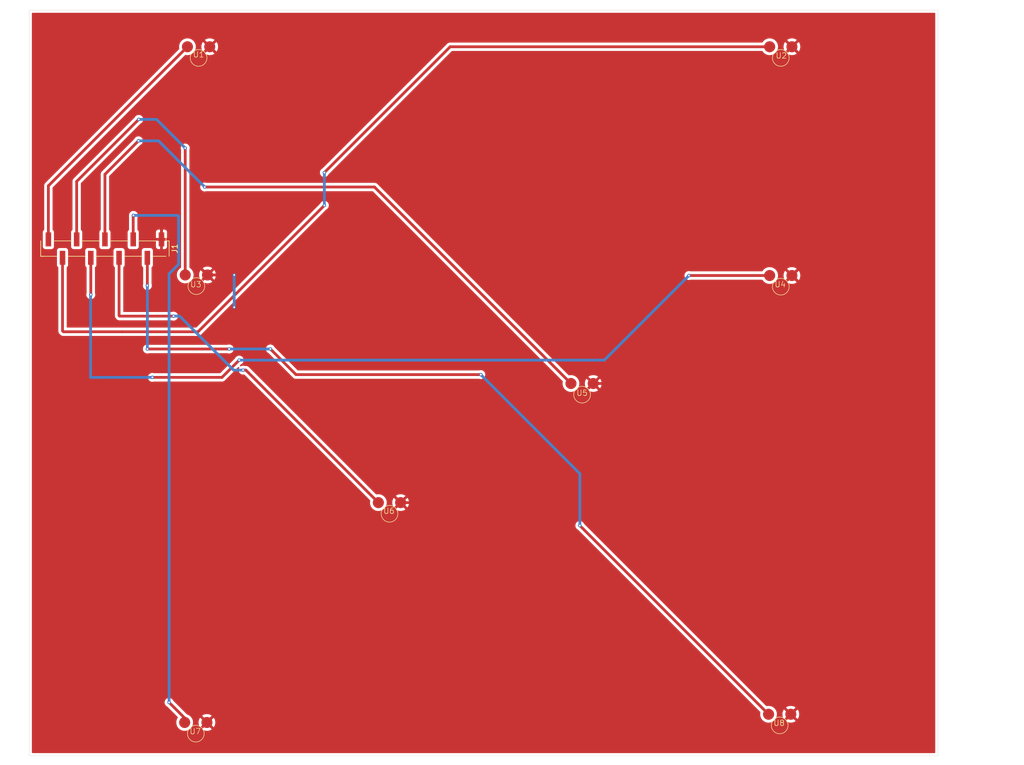
<source format=kicad_pcb>
(kicad_pcb (version 20241229) (generator "pcbnew") (generator_version "9.0")
  (layers (0 "F.Cu" signal) (2 "B.Cu" signal) (13 "F.Paste" user) (15 "B.Paste" user) (5 "F.SilkS" user "F.Silkscreen") (7 "B.SilkS" user "B.Silkscreen") (1 "F.Mask" user) (3 "B.Mask" user) (25 "Edge.Cuts" user))
  (net 0 "")
  (net 1 "Net-(J1-Pin_2)")
  (net 2 "Net-(J1-Pin_5)")
  (net 3 "Net-(J1-Pin_6)")
  (net 4 "Net-(J1-Pin_9)")
  (net 5 "Net-(J1-Pin_8)")
  (net 6 "Net-(J1-Pin_3)")
  (net 7 "Net-(J1-Pin_4)")
  (net 8 "Net-(J1-Pin_7)")
  (net 9 "GND")
  (footprint "thermistor:thermistor" (layer "F.Cu") (at 127.3 88.7)
    (property "Reference" "U5" (at 0 -0.3 0) (layer "F.SilkS") (effects (font (thickness 0.1))))
    (property "Value" "~")
    (fp_circle (center 0 0) (end -1.5 0) (stroke (width 0.1)) (fill no) (layer "F.SilkS"))
    (pad "1" smd circle (at -2 -2) (size 2 2) (layers "F.Cu" "F.Mask" "F.Paste") (net 2 "Net-(J1-Pin_5)"))
    (pad "2" smd circle (at 2 -2) (size 2 2) (layers "F.Cu" "F.Mask" "F.Paste") (net 9 "GND"))
  )
  (footprint "thermistor:thermistor" (layer "F.Cu") (at 163 28.2)
    (property "Reference" "U2" (at 0.1 -0.4 0) (layer "F.SilkS") (effects (font (thickness 0.1))))
    (property "Value" "~")
    (fp_circle (center 0 0) (end -1.5 0) (stroke (width 0.1)) (fill no) (layer "F.SilkS"))
    (pad "1" smd circle (at -2 -2) (size 2 2) (layers "F.Cu" "F.Mask" "F.Paste") (net 5 "Net-(J1-Pin_8)"))
    (pad "2" smd circle (at 2 -2) (size 2 2) (layers "F.Cu" "F.Mask" "F.Paste") (net 9 "GND"))
  )
  (footprint "thermistor:thermistor" (layer "F.Cu") (at 162.8 148.125)
    (property "Reference" "U8" (at -0.1 -0.425 0) (layer "F.SilkS") (effects (font (thickness 0.1))))
    (property "Value" "~")
    (fp_circle (center 0 0) (end -1.5 0) (stroke (width 0.1)) (fill no) (layer "F.SilkS"))
    (pad "1" smd circle (at -2 -2) (size 2 2) (layers "F.Cu" "F.Mask" "F.Paste") (net 1 "Net-(J1-Pin_2)"))
    (pad "2" smd circle (at 2 -2) (size 2 2) (layers "F.Cu" "F.Mask" "F.Paste") (net 9 "GND"))
  )
  (footprint "thermistor:thermistor" (layer "F.Cu") (at 58 69.2)
    (property "Reference" "U3" (at -0.1 -0.3 0) (layer "F.SilkS") (effects (font (thickness 0.1))))
    (property "Value" "~")
    (fp_circle (center 0 0) (end -1.5 0) (stroke (width 0.1)) (fill no) (layer "F.SilkS"))
    (pad "1" smd circle (at -2 -2) (size 2 2) (layers "F.Cu" "F.Mask" "F.Paste") (net 8 "Net-(J1-Pin_7)"))
    (pad "2" smd circle (at 2 -2) (size 2 2) (layers "F.Cu" "F.Mask" "F.Paste") (net 9 "GND"))
  )
  (footprint "thermistor:thermistor" (layer "F.Cu") (at 58.4 28.2)
    (property "Reference" "U1" (at 0 -0.6 0) (layer "F.SilkS") (effects (font (thickness 0.1))))
    (property "Value" "~")
    (fp_circle (center 0 0) (end -1.5 0) (stroke (width 0.1)) (fill no) (layer "F.SilkS"))
    (pad "1" smd circle (at -2 -2) (size 2 2) (layers "F.Cu" "F.Mask" "F.Paste") (net 4 "Net-(J1-Pin_9)"))
    (pad "2" smd circle (at 2 -2) (size 2 2) (layers "F.Cu" "F.Mask" "F.Paste") (net 9 "GND"))
  )
  (footprint "thermistor:thermistor" (layer "F.Cu") (at 57.9 149.6)
    (property "Reference" "U7" (at -0.1 -0.4 0) (layer "F.SilkS") (effects (font (thickness 0.1))))
    (property "Value" "~")
    (fp_circle (center 0 0) (end -1.5 0) (stroke (width 0.1)) (fill no) (layer "F.SilkS"))
    (pad "1" smd circle (at -2 -2) (size 2 2) (layers "F.Cu" "F.Mask" "F.Paste") (net 6 "Net-(J1-Pin_3)"))
    (pad "2" smd circle (at 2 -2) (size 2 2) (layers "F.Cu" "F.Mask" "F.Paste") (net 9 "GND"))
  )
  (footprint "thermistor:thermistor" (layer "F.Cu") (at 163 69.3)
    (property "Reference" "U4" (at -0.1 -0.4 0) (layer "F.SilkS") (effects (font (thickness 0.1))))
    (property "Value" "~")
    (fp_circle (center 0 0) (end -1.5 0) (stroke (width 0.1)) (fill no) (layer "F.SilkS"))
    (pad "1" smd circle (at -2 -2) (size 2 2) (layers "F.Cu" "F.Mask" "F.Paste") (net 3 "Net-(J1-Pin_6)"))
    (pad "2" smd circle (at 2 -2) (size 2 2) (layers "F.Cu" "F.Mask" "F.Paste") (net 9 "GND"))
  )
  (footprint "thermistor:thermistor" (layer "F.Cu") (at 92.7 110.1)
    (property "Reference" "U6" (at -0.1 -0.5 0) (layer "F.SilkS") (effects (font (thickness 0.1))))
    (property "Value" "~")
    (fp_circle (center 0 0) (end -1.5 0) (stroke (width 0.1)) (fill no) (layer "F.SilkS"))
    (pad "1" smd circle (at -2 -2) (size 2 2) (layers "F.Cu" "F.Mask" "F.Paste") (net 7 "Net-(J1-Pin_4)"))
    (pad "2" smd circle (at 2 -2) (size 2 2) (layers "F.Cu" "F.Mask" "F.Paste") (net 9 "GND"))
  )
  (footprint "Connector_PinHeader_2.54mm:PinHeader_1x09_P2.54mm_Vertical_SMD_Pin1Left" (layer "F.Cu") (at 41.575 62.46 -90)
    (property "Reference" "J1" (at 0 -12.54 270) (layer "F.SilkS"))
    (property "Value" "Conn_01x09_Pin")
    (fp_line (start -1.38 11.54) (end 1.38 11.54) (stroke (width 0.12)) (layer "F.SilkS"))
    (fp_line (start 1.38 10.97) (end 1.38 11.54) (stroke (width 0.12)) (layer "F.SilkS"))
    (fp_line (start 1.38 8.43) (end 1.38 11.54) (stroke (width 0.12)) (layer "F.SilkS"))
    (fp_line (start -1.38 5.89) (end -1.38 9.35) (stroke (width 0.12)) (layer "F.SilkS"))
    (fp_line (start 1.38 3.35) (end 1.38 6.81) (stroke (width 0.12)) (layer "F.SilkS"))
    (fp_line (start -1.38 0.81) (end -1.38 4.27) (stroke (width 0.12)) (layer "F.SilkS"))
    (fp_line (start 1.38 -1.73) (end 1.38 1.73) (stroke (width 0.12)) (layer "F.SilkS"))
    (fp_line (start -1.38 -4.27) (end -1.38 -0.81) (stroke (width 0.12)) (layer "F.SilkS"))
    (fp_line (start 1.38 -6.81) (end 1.38 -3.35) (stroke (width 0.12)) (layer "F.SilkS"))
    (fp_line (start -1.38 -9.35) (end -1.38 -5.89) (stroke (width 0.12)) (layer "F.SilkS"))
    (fp_line (start -1.38 -10.97) (end -2.85 -10.97) (stroke (width 0.12)) (layer "F.SilkS"))
    (fp_line (start 1.38 -10.97) (end 1.38 -8.43) (stroke (width 0.12)) (layer "F.SilkS"))
    (fp_line (start -1.38 -11.54) (end -1.38 -10.97) (stroke (width 0.12)) (layer "F.SilkS"))
    (fp_line (start -1.38 -11.54) (end 1.38 -11.54) (stroke (width 0.12)) (layer "F.SilkS"))
    (pad "1" smd rect (at -1.655 -10.16 270) (size 2.51 1) (layers "F.Cu" "F.Mask" "F.Paste") (net 9 "GND"))
    (pad "2" smd rect (at 1.655 -7.62 270) (size 2.51 1) (layers "F.Cu" "F.Mask" "F.Paste") (net 1 "Net-(J1-Pin_2)"))
    (pad "3" smd rect (at -1.655 -5.08 270) (size 2.51 1) (layers "F.Cu" "F.Mask" "F.Paste") (net 6 "Net-(J1-Pin_3)"))
    (pad "4" smd rect (at 1.655 -2.54 270) (size 2.51 1) (layers "F.Cu" "F.Mask" "F.Paste") (net 7 "Net-(J1-Pin_4)"))
    (pad "5" smd rect (at -1.655 0 270) (size 2.51 1) (layers "F.Cu" "F.Mask" "F.Paste") (net 2 "Net-(J1-Pin_5)"))
    (pad "6" smd rect (at 1.655 2.54 270) (size 2.51 1) (layers "F.Cu" "F.Mask" "F.Paste") (net 3 "Net-(J1-Pin_6)"))
    (pad "7" smd rect (at -1.655 5.08 270) (size 2.51 1) (layers "F.Cu" "F.Mask" "F.Paste") (net 8 "Net-(J1-Pin_7)"))
    (pad "8" smd rect (at 1.655 7.62 270) (size 2.51 1) (layers "F.Cu" "F.Mask" "F.Paste") (net 5 "Net-(J1-Pin_8)"))
    (pad "9" smd rect (at -1.655 10.16 270) (size 2.51 1) (layers "F.Cu" "F.Mask" "F.Paste") (net 4 "Net-(J1-Pin_9)"))
  )
  (gr_rect (start 27.95 19.6) (end 191.25 153.6) (stroke (width 0.05)) (fill no) (layer "Edge.Cuts"))
  (segment (start 109.1 85.1) (end 75.9 85.1) (width 0.5) (layer "F.Cu") (net 1))
  (segment (start 63.9 80.5) (end 49.2 80.5) (width 0.5) (layer "F.Cu") (net 1))
  (segment (start 49.195 64.115) (end 49.195 69.095) (width 0.5) (layer "F.Cu") (net 1))
  (segment (start 49.195 69.095) (end 49.2 69.1) (width 0.2) (layer "F.Cu") (net 1))
  (segment (start 160.8 146.125) (end 126.9 112.225) (width 0.5) (layer "F.Cu") (net 1))
  (segment (start 75.9 85.1) (end 71.3 80.5) (width 0.5) (layer "F.Cu") (net 1))
  (via (at 63.9 80.5) (size 0.6) (drill 0.3) (layers "F.Cu" "B.Cu") (net 1))
  (via (at 126.9 112.225) (size 0.6) (drill 0.3) (layers "F.Cu" "B.Cu") (net 1))
  (via (at 49.2 69.1) (size 0.6) (drill 0.3) (layers "F.Cu" "B.Cu") (net 1))
  (via (at 71.3 80.5) (size 0.6) (drill 0.3) (layers "F.Cu" "B.Cu") (net 1))
  (via (at 109.1 85.1) (size 0.6) (drill 0.3) (layers "F.Cu" "B.Cu") (net 1))
  (via (at 49.2 80.5) (size 0.6) (drill 0.3) (layers "F.Cu" "B.Cu") (net 1))
  (segment (start 126.9 112.225) (end 126.9 102.9) (width 0.5) (layer "B.Cu") (net 1))
  (segment (start 126.9 102.9) (end 109.1 85.1) (width 0.5) (layer "B.Cu") (net 1))
  (segment (start 71.3 80.5) (end 63.9 80.5) (width 0.5) (layer "B.Cu") (net 1))
  (segment (start 49.2 80.5) (end 49.2 69.1) (width 0.5) (layer "B.Cu") (net 1))
  (segment (start 41.575 60.96) (end 41.575 49.125) (width 0.5) (layer "F.Cu") (net 2))
  (segment (start 59.5 51.4) (end 90 51.4) (width 0.5) (layer "F.Cu") (net 2))
  (segment (start 41.575 49.125) (end 47.6 43.1) (width 0.5) (layer "F.Cu") (net 2))
  (segment (start 90 51.4) (end 125.3 86.7) (width 0.5) (layer "F.Cu") (net 2))
  (via (at 59.5 51.4) (size 0.6) (drill 0.3) (layers "F.Cu" "B.Cu") (net 2))
  (via (at 47.6 43.1) (size 0.6) (drill 0.3) (layers "F.Cu" "B.Cu") (net 2))
  (segment (start 51.2 43.1) (end 59.5 51.4) (width 0.5) (layer "B.Cu") (net 2))
  (segment (start 47.6 43.1) (end 51.2 43.1) (width 0.5) (layer "B.Cu") (net 2))
  (segment (start 146.5 67.3) (end 161 67.3) (width 0.5) (layer "F.Cu") (net 3))
  (segment (start 62.6 85.6) (end 65.7 82.5) (width 0.5) (layer "F.Cu") (net 3))
  (segment (start 39.035 64.115) (end 39.035 70.735) (width 0.5) (layer "F.Cu") (net 3))
  (segment (start 50.1 85.6) (end 62.6 85.6) (width 0.5) (layer "F.Cu") (net 3))
  (via (at 65.7 82.5) (size 0.6) (drill 0.3) (layers "F.Cu" "B.Cu") (net 3))
  (via (at 50.1 85.6) (size 0.6) (drill 0.3) (layers "F.Cu" "B.Cu") (net 3))
  (via (at 146.5 67.3) (size 0.6) (drill 0.3) (layers "F.Cu" "B.Cu") (net 3))
  (via (at 39.035 70.735) (size 0.6) (drill 0.3) (layers "F.Cu" "B.Cu") (net 3))
  (segment (start 39.8 85.6) (end 39 85.6) (width 0.5) (layer "B.Cu") (net 3))
  (segment (start 39 70.77) (end 39.035 70.735) (width 0.2) (layer "B.Cu") (net 3))
  (segment (start 65.7 82.5) (end 131.3 82.5) (width 0.5) (layer "B.Cu") (net 3))
  (segment (start 131.3 82.5) (end 146.5 67.3) (width 0.5) (layer "B.Cu") (net 3))
  (segment (start 46.9 85.6) (end 40.7 85.6) (width 0.5) (layer "B.Cu") (net 3))
  (segment (start 39 85.6) (end 39 70.77) (width 0.5) (layer "B.Cu") (net 3))
  (segment (start 40.7 85.6) (end 39.8 85.6) (width 0.5) (layer "B.Cu") (net 3))
  (segment (start 46.9 85.6) (end 50.1 85.6) (width 0.5) (layer "B.Cu") (net 3))
  (segment (start 37 45.6) (end 56.4 26.2) (width 0.5) (layer "F.Cu") (net 4))
  (segment (start 31.415 51.185) (end 31.415 60.805) (width 0.5) (layer "F.Cu") (net 4))
  (segment (start 37 45.6) (end 31.415 51.185) (width 0.5) (layer "F.Cu") (net 4))
  (segment (start 58.3 77.4) (end 44.6 77.4) (width 0.5) (layer "F.Cu") (net 5))
  (segment (start 103.6 26.2) (end 81 48.8) (width 0.5) (layer "F.Cu") (net 5))
  (segment (start 44.6 77.4) (end 34.1 77.4) (width 0.5) (layer "F.Cu") (net 5))
  (segment (start 34.1 77.4) (end 33.955 77.255) (width 0.2) (layer "F.Cu") (net 5))
  (segment (start 161 26.2) (end 103.6 26.2) (width 0.5) (layer "F.Cu") (net 5))
  (segment (start 81 54.7) (end 58.3 77.4) (width 0.5) (layer "F.Cu") (net 5))
  (segment (start 33.955 77.255) (end 33.955 64.115) (width 0.5) (layer "F.Cu") (net 5))
  (segment (start 81 48.8) (end 80.9 48.9) (width 0.2) (layer "F.Cu") (net 5))
  (via (at 81 54.7) (size 0.6) (drill 0.3) (layers "F.Cu" "B.Cu") (net 5))
  (via (at 81 48.8) (size 0.6) (drill 0.3) (layers "F.Cu" "B.Cu") (net 5))
  (segment (start 81 48.8) (end 81 54.7) (width 0.5) (layer "B.Cu") (net 5))
  (segment (start 53.1 144) (end 55.9 146.8) (width 0.5) (layer "F.Cu") (net 6))
  (segment (start 46.7 56.5) (end 46.655 56.545) (width 0.5) (layer "F.Cu") (net 6))
  (segment (start 55.9 146.8) (end 55.9 147.6) (width 0.5) (layer "F.Cu") (net 6))
  (segment (start 46.655 56.545) (end 46.655 60.805) (width 0.5) (layer "F.Cu") (net 6))
  (via (at 46.7 56.5) (size 0.6) (drill 0.3) (layers "F.Cu" "B.Cu") (net 6))
  (via (at 53.1 144) (size 0.6) (drill 0.3) (layers "F.Cu" "B.Cu") (net 6))
  (segment (start 53.1 67) (end 54.8 65.3) (width 0.5) (layer "B.Cu") (net 6))
  (segment (start 54.8 65.3) (end 54.8 56.6) (width 0.5) (layer "B.Cu") (net 6))
  (segment (start 54.7 56.5) (end 46.7 56.5) (width 0.5) (layer "B.Cu") (net 6))
  (segment (start 54.8 56.6) (end 54.7 56.5) (width 0.2) (layer "B.Cu") (net 6))
  (segment (start 53.1 144) (end 53.1 67) (width 0.5) (layer "B.Cu") (net 6))
  (segment (start 66.9 84.3) (end 66.4 84.3) (width 0.5) (layer "F.Cu") (net 7))
  (segment (start 44.1 74.5) (end 44.115 74.485) (width 0.2) (layer "F.Cu") (net 7))
  (segment (start 53.9 74.6) (end 48.4 74.6) (width 0.5) (layer "F.Cu") (net 7))
  (segment (start 90.7 108.1) (end 66.9 84.3) (width 0.5) (layer "F.Cu") (net 7))
  (segment (start 44.2 74.6) (end 44.1 74.5) (width 0.2) (layer "F.Cu") (net 7))
  (segment (start 48.4 74.6) (end 44.2 74.6) (width 0.5) (layer "F.Cu") (net 7))
  (segment (start 44.115 74.485) (end 44.115 64.115) (width 0.5) (layer "F.Cu") (net 7))
  (via (at 66.4 84.3) (size 0.6) (drill 0.3) (layers "F.Cu" "B.Cu") (net 7))
  (via (at 53.9 74.6) (size 0.6) (drill 0.3) (layers "F.Cu" "B.Cu") (net 7))
  (segment (start 64.7 84.3) (end 55 74.6) (width 0.5) (layer "B.Cu") (net 7))
  (segment (start 55 74.6) (end 53.9 74.6) (width 0.5) (layer "B.Cu") (net 7))
  (segment (start 66.4 84.3) (end 64.7 84.3) (width 0.5) (layer "B.Cu") (net 7))
  (segment (start 39.2 47.7) (end 36.495 50.405) (width 0.5) (layer "F.Cu") (net 8))
  (segment (start 36.495 50.405) (end 36.495 60.805) (width 0.5) (layer "F.Cu") (net 8))
  (segment (start 39.2 47.7) (end 47.65 39.25) (width 0.5) (layer "F.Cu") (net 8))
  (segment (start 56 67.2) (end 56 44.4) (width 0.5) (layer "F.Cu") (net 8))
  (segment (start 47.65 39.25) (end 47.7 39.2) (width 0.2) (layer "F.Cu") (net 8))
  (via (at 56 44.4) (size 0.6) (drill 0.3) (layers "F.Cu" "B.Cu") (net 8))
  (via (at 47.65 39.25) (size 0.6) (drill 0.3) (layers "F.Cu" "B.Cu") (net 8))
  (segment (start 50.85 39.25) (end 47.65 39.25) (width 0.5) (layer "B.Cu") (net 8))
  (segment (start 56 44.4) (end 50.85 39.25) (width 0.5) (layer "B.Cu") (net 8))
  (segment (start 166.6 78.4) (end 166.6 78.2) (width 0.5) (layer "F.Cu") (net 9))
  (segment (start 57.4 64.6) (end 57.4 37.5) (width 0.5) (layer "F.Cu") (net 9))
  (segment (start 165 67.3) (end 166.6 68.9) (width 0.5) (layer "F.Cu") (net 9))
  (segment (start 149.7 86.7) (end 158.1 86.7) (width 0.5) (layer "F.Cu") (net 9))
  (segment (start 94.7 108.1) (end 64.8 78.2) (width 0.5) (layer "F.Cu") (net 9))
  (segment (start 51.735 60.805) (end 51.735 43.165) (width 0.5) (layer "F.Cu") (net 9))
  (segment (start 59.9 147.6) (end 99.4 108.1) (width 0.5) (layer "F.Cu") (net 9))
  (segment (start 165 67.3) (end 168.8 63.5) (width 0.5) (layer "F.Cu") (net 9))
  (segment (start 129.3 86.7) (end 149.7 86.7) (width 0.5) (layer "F.Cu") (net 9))
  (segment (start 166.6 68.9) (end 166.6 78.4) (width 0.5) (layer "F.Cu") (net 9))
  (segment (start 51.735 43.165) (end 51.8 43.1) (width 0.2) (layer "F.Cu") (net 9))
  (segment (start 64.8 78.2) (end 64.8 73) (width 0.5) (layer "F.Cu") (net 9))
  (segment (start 99.4 108.1) (end 99.5 108.1) (width 0.2) (layer "F.Cu") (net 9))
  (segment (start 51.8 43.1) (end 57.4 37.5) (width 0.5) (layer "F.Cu") (net 9))
  (segment (start 60 67.2) (end 57.4 64.6) (width 0.5) (layer "F.Cu") (net 9))
  (segment (start 63.8 29.6) (end 60.4 26.2) (width 0.5) (layer "F.Cu") (net 9))
  (segment (start 166.6 144.325) (end 166.6 78.4) (width 0.5) (layer "F.Cu") (net 9))
  (segment (start 168.8 63.5) (end 168.8 30) (width 0.5) (layer "F.Cu") (net 9))
  (segment (start 57.4 37.5) (end 63.8 31.1) (width 0.5) (layer "F.Cu") (net 9))
  (segment (start 99.5 108.1) (end 128.3 108.1) (width 0.5) (layer "F.Cu") (net 9))
  (segment (start 128.3 108.1) (end 149.7 86.7) (width 0.5) (layer "F.Cu") (net 9))
  (segment (start 98.6 108.1) (end 99.5 108.1) (width 0.5) (layer "F.Cu") (net 9))
  (segment (start 158.1 86.7) (end 166.6 78.2) (width 0.5) (layer "F.Cu") (net 9))
  (segment (start 98.6 108.1) (end 94.7 108.1) (width 0.5) (layer "F.Cu") (net 9))
  (segment (start 164.8 146.125) (end 166.6 144.325) (width 0.5) (layer "F.Cu") (net 9))
  (segment (start 168.8 30) (end 165 26.2) (width 0.5) (layer "F.Cu") (net 9))
  (segment (start 63.8 31.1) (end 63.8 29.6) (width 0.5) (layer "F.Cu") (net 9))
  (segment (start 60 67.2) (end 64.8 67.2) (width 0.5) (layer "F.Cu") (net 9))
  (via (at 64.8 67.2) (size 0.6) (drill 0.3) (layers "F.Cu" "B.Cu") (net 9))
  (via (at 64.8 73) (size 0.6) (drill 0.3) (layers "F.Cu" "B.Cu") (net 9))
  (segment (start 64.8 73) (end 64.8 67.2) (width 0.5) (layer "B.Cu") (net 9))
  (zone (net 9) (net_name "GND") (layer "F.Cu") (connect_pads (clearance 0.5)) (min_thickness 0.25) (fill yes (thermal_gap 0.5) (thermal_bridge_width 0.5))
    (polygon (pts (xy 191.2 19.6) (xy 191.2 153.6) (xy 28.3 153.6) (xy 28 153.3) (xy 28 19.6)))
  )
)
</source>
